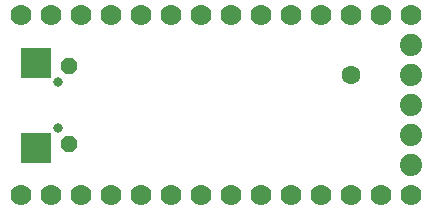
<source format=gbr>
G04 EAGLE Gerber RS-274X export*
G75*
%MOMM*%
%FSLAX34Y34*%
%LPD*%
%INSoldermask Bottom*%
%IPPOS*%
%AMOC8*
5,1,8,0,0,1.08239X$1,22.5*%
G01*
%ADD10C,0.801600*%
%ADD11R,2.514600X2.514600*%
%ADD12P,1.525737X8X112.500000*%
%ADD13P,1.525737X8X292.500000*%
%ADD14C,1.778000*%
%ADD15C,1.879600*%
%ADD16C,1.601600*%


D10*
X44450Y108400D03*
X44450Y69400D03*
D11*
X25450Y52900D03*
X25450Y124900D03*
D12*
X53450Y121900D03*
D13*
X53450Y55900D03*
D14*
X12700Y165100D03*
X38100Y165100D03*
X63500Y165100D03*
X88900Y165100D03*
X114300Y165100D03*
X139700Y165100D03*
X165100Y165100D03*
X190500Y165100D03*
X215900Y165100D03*
X241300Y165100D03*
X266700Y165100D03*
X292100Y165100D03*
X317500Y165100D03*
X342900Y165100D03*
X342900Y12700D03*
X317500Y12700D03*
X292100Y12700D03*
X266700Y12700D03*
X241300Y12700D03*
X215900Y12700D03*
X190500Y12700D03*
X165100Y12700D03*
X139700Y12700D03*
X114300Y12700D03*
X88900Y12700D03*
X63500Y12700D03*
X38100Y12700D03*
X12700Y12700D03*
D15*
X342900Y38100D03*
X342900Y63500D03*
X342900Y88900D03*
X342900Y114300D03*
X342900Y139700D03*
D16*
X292100Y114300D03*
M02*

</source>
